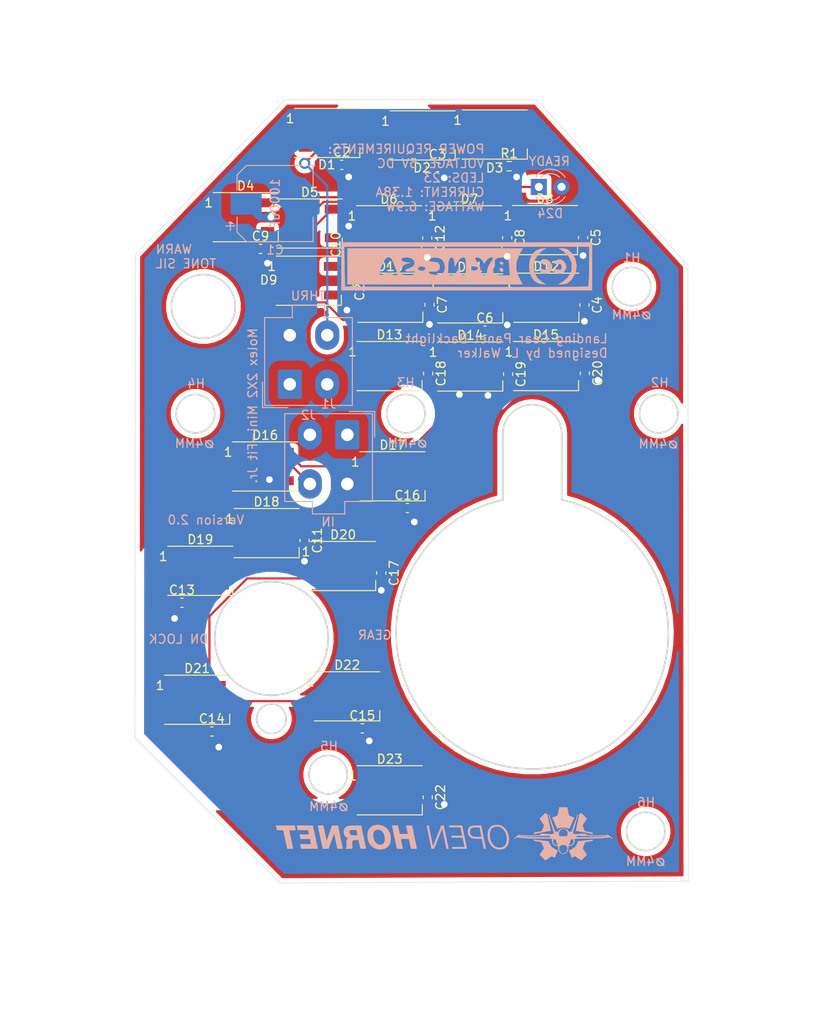
<source format=kicad_pcb>
(kicad_pcb (version 20171130) (host pcbnew "(5.1.6)-1")
  (layers (0 F.Cu signal) (31 B.Cu signal) (34 B.Paste user hide) (35 F.Paste user hide) (36 B.SilkS user) (37 F.SilkS user hide) (38 B.Mask user hide) (39 F.Mask user hide) (44 Edge.Cuts user))
  (net 0 "")
  (net 1 "Net-(D1-Pad2)")
  (net 2 "Net-(D2-Pad2)")
  (net 3 "Net-(D3-Pad2)")
  (net 4 "Net-(D4-Pad2)")
  (net 5 "Net-(D5-Pad2)")
  (net 6 "Net-(D6-Pad2)")
  (net 7 "Net-(D7-Pad2)")
  (net 8 "Net-(D8-Pad2)")
  (net 9 "Net-(D10-Pad4)")
  (net 10 "Net-(D10-Pad2)")
  (net 11 "Net-(D11-Pad2)")
  (net 12 "Net-(D12-Pad2)")
  (net 13 "Net-(D13-Pad2)")
  (net 14 "Net-(D14-Pad2)")
  (net 15 "Net-(D15-Pad2)")
  (net 16 "Net-(D16-Pad2)")
  (net 17 "Net-(D17-Pad2)")
  (net 18 "Net-(D18-Pad2)")
  (net 19 "Net-(D19-Pad2)")
  (net 20 "Net-(D20-Pad2)")
  (net 21 "Net-(D21-Pad2)")
  (net 22 "Net-(D22-Pad2)")
  (net 23 /LEDGND)
  (net 24 /LED+5V)
  (net 25 "Net-(D24-Pad1)")
  (net 26 /DATAIN)
  (net 27 /DATAOUT)
  (module OH_Backlighting:Molex_Mini-Fit_Jr_5566-04A_2x02_P4.20mm_Vertical (layer B.Cu) (at 81.25 71)
    (fp_text reference J2 (at 2.1 3.45) (layer B.SilkS) (effects (justify mirror)))
    (fp_text value Conn_01x04_Female)
    (pad 4 thru_hole oval (at 4.2 -5.5) (size 2.7 3.3) (drill 1.4) (layers *.Cu *.Mask) (net 26 /DATAIN))
    (pad 3 thru_hole oval (at 0 -5.5) (size 2.7 3.3) (drill 1.4) (layers *.Cu *.Mask) (net 23 /LEDGND))
    (pad 2 thru_hole oval (at 4.2 0) (size 2.7 3.3) (drill 1.4) (layers *.Cu *.Mask) (net 24 /LED+5V))
    (pad 1 thru_hole roundrect (at 0 0) (size 2.7 3.3) (drill 1.4) (layers *.Cu *.Mask) (roundrect_rratio 0.09259299999999999) (net 24 /LED+5V))
  )
  (module OH_Backlighting:Molex_Mini-Fit_Jr_5566-04A_2x02_P4.20mm_Vertical (layer B.Cu) (at 87.7 76.65 180)
    (fp_text reference J1 (at 2.1 3.45) (layer B.SilkS) (effects (justify mirror)))
    (fp_text value Conn_01x04_Female)
    (pad 4 thru_hole oval (at 4.2 -5.5 180) (size 2.7 3.3) (drill 1.4) (layers *.Cu *.Mask) (net 27 /DATAOUT))
    (pad 3 thru_hole oval (at 0 -5.5 180) (size 2.7 3.3) (drill 1.4) (layers *.Cu *.Mask) (net 23 /LEDGND))
    (pad 2 thru_hole oval (at 4.2 0 180) (size 2.7 3.3) (drill 1.4) (layers *.Cu *.Mask) (net 24 /LED+5V))
    (pad 1 thru_hole roundrect (at 0 0 180) (size 2.7 3.3) (drill 1.4) (layers *.Cu *.Mask) (roundrect_rratio 0.09259299999999999) (net 24 /LED+5V))
  )
  (module OH_General:CC-BY-NC-SA-Small (layer B.Cu) (at 101.15 57.8 180)
    (fp_text reference G*** hide)
    (fp_text value LOGO hide)
  )
  (module OH_General:OH_LOGO_37.7mm_5.9mm (layer B.Cu) (at 98.55 121.3 180)
    (fp_text reference G*** hide)
    (fp_text value LOGO hide)
  )
  (module Capacitor_SMD:C_0603_1608Metric (layer F.Cu) (at 96.7 117.212 270)
    (fp_text reference C22 (at 0 -1.43 90) (layer F.SilkS))
    (fp_text value C)
    (pad 2 smd roundrect (at 0.7875 0 270) (size 0.875 0.95) (layers F.Cu F.Paste F.Mask) (net 23 /LEDGND))
    (pad 1 smd roundrect (at -0.7875 0 270) (size 0.875 0.95) (layers F.Cu F.Paste F.Mask) (net 24 /LED+5V))
  )
  (module Capacitor_SMD:C_0603_1608Metric (layer F.Cu) (at 87.65 60.2125 270)
    (fp_text reference C21 (at 0 -1.43 90) (layer F.SilkS))
    (fp_text value C)
    (pad 2 smd roundrect (at 0.7875 0 270) (size 0.875 0.95) (layers F.Cu F.Paste F.Mask) (net 23 /LEDGND))
    (pad 1 smd roundrect (at -0.7875 0 270) (size 0.875 0.95) (layers F.Cu F.Paste F.Mask) (net 24 /LED+5V))
  )
  (module Capacitor_SMD:C_0603_1608Metric (layer F.Cu) (at 114.3 69.7625 270)
    (fp_text reference C20 (at 0 -1.43 90) (layer F.SilkS))
    (fp_text value C)
    (pad 2 smd roundrect (at 0.7875 0 270) (size 0.875 0.95) (layers F.Cu F.Paste F.Mask) (net 23 /LEDGND))
    (pad 1 smd roundrect (at -0.7875 0 270) (size 0.875 0.95) (layers F.Cu F.Paste F.Mask) (net 24 /LED+5V))
  )
  (module Capacitor_SMD:C_0603_1608Metric (layer F.Cu) (at 105.7 69.8625 270)
    (fp_text reference C19 (at 0 -1.43 90) (layer F.SilkS))
    (fp_text value C)
    (pad 2 smd roundrect (at 0.7875 0 270) (size 0.875 0.95) (layers F.Cu F.Paste F.Mask) (net 23 /LEDGND))
    (pad 1 smd roundrect (at -0.7875 0 270) (size 0.875 0.95) (layers F.Cu F.Paste F.Mask) (net 24 /LED+5V))
  )
  (module Capacitor_SMD:C_0603_1608Metric (layer F.Cu) (at 96.75 69.7875 270)
    (fp_text reference C18 (at 0 -1.43 90) (layer F.SilkS))
    (fp_text value C)
    (pad 2 smd roundrect (at 0.7875 0 270) (size 0.875 0.95) (layers F.Cu F.Paste F.Mask) (net 23 /LEDGND))
    (pad 1 smd roundrect (at -0.7875 0 270) (size 0.875 0.95) (layers F.Cu F.Paste F.Mask) (net 24 /LED+5V))
  )
  (module Capacitor_SMD:C_0603_1608Metric (layer F.Cu) (at 96.9 62.1125 270)
    (fp_text reference C7 (at 0 -1.43 90) (layer F.SilkS))
    (fp_text value C)
    (pad 2 smd roundrect (at 0.7875 0 270) (size 0.875 0.95) (layers F.Cu F.Paste F.Mask) (net 23 /LEDGND))
    (pad 1 smd roundrect (at -0.7875 0 270) (size 0.875 0.95) (layers F.Cu F.Paste F.Mask) (net 24 /LED+5V))
  )
  (module LED_SMD:LED_WS2812B_PLCC4_5.0x5.0mm_P3.2mm (layer F.Cu) (at 92.366 53.7716)
    (fp_text reference D6 (at 0 -3.5) (layer F.SilkS))
    (fp_text value WS2812B)
    (fp_text user 1 (at -4.15 -1.6) (layer F.SilkS))
    (pad 1 smd rect (at -2.45 -1.6) (size 1.5 1) (layers F.Cu F.Paste F.Mask) (net 24 /LED+5V))
    (pad 2 smd rect (at -2.45 1.6) (size 1.5 1) (layers F.Cu F.Paste F.Mask) (net 6 "Net-(D6-Pad2)"))
    (pad 4 smd rect (at 2.45 -1.6) (size 1.5 1) (layers F.Cu F.Paste F.Mask) (net 5 "Net-(D5-Pad2)"))
    (pad 3 smd rect (at 2.45 1.6) (size 1.5 1) (layers F.Cu F.Paste F.Mask) (net 23 /LEDGND))
  )
  (module Capacitor_SMD:C_0603_1608Metric (layer F.Cu) (at 82.9 88.475 270)
    (fp_text reference C11 (at 0 -1.43 90) (layer F.SilkS))
    (fp_text value C)
    (pad 2 smd roundrect (at 0.775 0 270) (size 0.9 0.95) (layers F.Cu F.Paste F.Mask) (net 23 /LEDGND))
    (pad 1 smd roundrect (at -0.775 0 270) (size 0.9 0.95) (layers F.Cu F.Paste F.Mask) (net 24 /LED+5V))
  )
  (module Resistor_SMD:R_0603_1608Metric (layer F.Cu) (at 105.825 46.6)
    (fp_text reference R1 (at 0 -1.43) (layer F.SilkS))
    (fp_text value R)
    (pad 2 smd roundrect (at 0.825 0) (size 0.8 0.95) (layers F.Cu F.Paste F.Mask) (net 23 /LEDGND))
    (pad 1 smd roundrect (at -0.825 0) (size 0.8 0.95) (layers F.Cu F.Paste F.Mask) (net 25 "Net-(D24-Pad1)"))
  )
  (module Capacitor_SMD:C_0603_1608Metric (layer F.Cu) (at 91.5 92.125 270)
    (fp_text reference C17 (at 0 -1.43 90) (layer F.SilkS))
    (fp_text value C)
    (pad 2 smd roundrect (at 0.775 0 270) (size 0.9 0.95) (layers F.Cu F.Paste F.Mask) (net 23 /LEDGND))
    (pad 1 smd roundrect (at -0.775 0 270) (size 0.9 0.95) (layers F.Cu F.Paste F.Mask) (net 24 /LED+5V))
  )
  (module Capacitor_SMD:C_0603_1608Metric (layer F.Cu) (at 94.425 84.85)
    (fp_text reference C16 (at 0 -1.43) (layer F.SilkS))
    (fp_text value C)
    (pad 2 smd roundrect (at 0.775 0) (size 0.9 0.95) (layers F.Cu F.Paste F.Mask) (net 23 /LEDGND))
    (pad 1 smd roundrect (at -0.775 0) (size 0.9 0.95) (layers F.Cu F.Paste F.Mask) (net 24 /LED+5V))
  )
  (module Capacitor_SMD:C_0603_1608Metric (layer F.Cu) (at 89.375 109.5)
    (fp_text reference C15 (at 0 -1.43) (layer F.SilkS))
    (fp_text value C)
    (pad 2 smd roundrect (at 0.775 0) (size 0.9 0.95) (layers F.Cu F.Paste F.Mask) (net 23 /LEDGND))
    (pad 1 smd roundrect (at -0.775 0) (size 0.9 0.95) (layers F.Cu F.Paste F.Mask) (net 24 /LED+5V))
  )
  (module Capacitor_SMD:C_0603_1608Metric (layer F.Cu) (at 72.525 109.85)
    (fp_text reference C14 (at 0 -1.43) (layer F.SilkS))
    (fp_text value C)
    (pad 2 smd roundrect (at 0.775 0) (size 0.9 0.95) (layers F.Cu F.Paste F.Mask) (net 23 /LEDGND))
    (pad 1 smd roundrect (at -0.775 0) (size 0.9 0.95) (layers F.Cu F.Paste F.Mask) (net 24 /LED+5V))
  )
  (module Capacitor_SMD:C_0603_1608Metric (layer F.Cu) (at 69.175 95.45)
    (fp_text reference C13 (at 0 -1.43) (layer F.SilkS))
    (fp_text value C)
    (pad 2 smd roundrect (at 0.775 0) (size 0.9 0.95) (layers F.Cu F.Paste F.Mask) (net 23 /LEDGND))
    (pad 1 smd roundrect (at -0.775 0) (size 0.9 0.95) (layers F.Cu F.Paste F.Mask) (net 24 /LED+5V))
  )
  (module Capacitor_SMD:C_0603_1608Metric (layer F.Cu) (at 96.65 54.625 270)
    (fp_text reference C12 (at 0 -1.43 90) (layer F.SilkS))
    (fp_text value C)
    (pad 2 smd roundrect (at 0.775 0 270) (size 0.9 0.95) (layers F.Cu F.Paste F.Mask) (net 23 /LEDGND))
    (pad 1 smd roundrect (at -0.775 0 270) (size 0.9 0.95) (layers F.Cu F.Paste F.Mask) (net 24 /LED+5V))
  )
  (module Capacitor_SMD:C_0603_1608Metric (layer F.Cu) (at 87.85 55.35 90)
    (fp_text reference C10 (at 0 -1.43 90) (layer F.SilkS))
    (fp_text value C)
    (pad 2 smd roundrect (at 0.775 0 90) (size 0.9 0.95) (layers F.Cu F.Paste F.Mask) (net 23 /LEDGND))
    (pad 1 smd roundrect (at -0.775 0 90) (size 0.9 0.95) (layers F.Cu F.Paste F.Mask) (net 24 /LED+5V))
  )
  (module Capacitor_SMD:C_0603_1608Metric (layer F.Cu) (at 77.975 55.85)
    (fp_text reference C9 (at 0 -1.43) (layer F.SilkS))
    (fp_text value C)
    (pad 2 smd roundrect (at 0.775 0) (size 0.9 0.95) (layers F.Cu F.Paste F.Mask) (net 23 /LEDGND))
    (pad 1 smd roundrect (at -0.775 0) (size 0.9 0.95) (layers F.Cu F.Paste F.Mask) (net 24 /LED+5V))
  )
  (module Capacitor_SMD:C_0603_1608Metric (layer F.Cu) (at 105.6 54.6 270)
    (fp_text reference C8 (at 0 -1.43 90) (layer F.SilkS))
    (fp_text value C)
    (pad 2 smd roundrect (at 0.775 0 270) (size 0.9 0.95) (layers F.Cu F.Paste F.Mask) (net 23 /LEDGND))
    (pad 1 smd roundrect (at -0.775 0 270) (size 0.9 0.95) (layers F.Cu F.Paste F.Mask) (net 24 /LED+5V))
  )
  (module Capacitor_SMD:C_0603_1608Metric (layer F.Cu) (at 103.1 65)
    (fp_text reference C6 (at 0 -1.43) (layer F.SilkS))
    (fp_text value C)
    (pad 2 smd roundrect (at 0.775 0) (size 0.9 0.95) (layers F.Cu F.Paste F.Mask) (net 23 /LEDGND))
    (pad 1 smd roundrect (at -0.775 0) (size 0.9 0.95) (layers F.Cu F.Paste F.Mask) (net 24 /LED+5V))
  )
  (module Capacitor_SMD:C_0603_1608Metric (layer F.Cu) (at 114.1 54.575 270)
    (fp_text reference C5 (at 0 -1.43 90) (layer F.SilkS))
    (fp_text value C)
    (pad 2 smd roundrect (at 0.775 0 270) (size 0.9 0.95) (layers F.Cu F.Paste F.Mask) (net 23 /LEDGND))
    (pad 1 smd roundrect (at -0.775 0 270) (size 0.9 0.95) (layers F.Cu F.Paste F.Mask) (net 24 /LED+5V))
  )
  (module Capacitor_SMD:C_0603_1608Metric (layer F.Cu) (at 114.25 62.125 270)
    (fp_text reference C4 (at 0 -1.43 90) (layer F.SilkS))
    (fp_text value C)
    (pad 2 smd roundrect (at 0.775 0 270) (size 0.9 0.95) (layers F.Cu F.Paste F.Mask) (net 23 /LEDGND))
    (pad 1 smd roundrect (at -0.775 0 270) (size 0.9 0.95) (layers F.Cu F.Paste F.Mask) (net 24 /LED+5V))
  )
  (module Capacitor_SMD:C_0603_1608Metric (layer F.Cu) (at 97.8 46.7)
    (fp_text reference C3 (at 0 -1.43) (layer F.SilkS))
    (fp_text value C)
    (pad 2 smd roundrect (at 0.775 0) (size 0.9 0.95) (layers F.Cu F.Paste F.Mask) (net 23 /LEDGND))
    (pad 1 smd roundrect (at -0.775 0) (size 0.9 0.95) (layers F.Cu F.Paste F.Mask) (net 24 /LED+5V))
  )
  (module Capacitor_SMD:C_0603_1608Metric (layer F.Cu) (at 87.075 46.45)
    (fp_text reference C2 (at 0 -1.43) (layer F.SilkS))
    (fp_text value C)
    (pad 2 smd roundrect (at 0.775 0) (size 0.9 0.95) (layers F.Cu F.Paste F.Mask) (net 23 /LEDGND))
    (pad 1 smd roundrect (at -0.775 0) (size 0.9 0.95) (layers F.Cu F.Paste F.Mask) (net 24 /LED+5V))
  )
  (module LED_THT:LED_D3.0mm (layer B.Cu) (at 109.144 48.9204)
    (fp_text reference D24 (at 1.27 2.96) (layer B.SilkS) (effects (justify mirror)))
    (fp_text value LED)
    (pad 2 thru_hole circle (at 2.54 0) (size 1.8 1.8) (drill 0.9) (layers *.Cu *.Mask) (net 24 /LED+5V))
    (pad 1 thru_hole rect (at 0 0) (size 1.8 1.8) (drill 0.9) (layers *.Cu *.Mask) (net 25 "Net-(D24-Pad1)"))
  )
  (module LED_SMD:LED_WS2812B_PLCC4_5.0x5.0mm_P3.2mm (layer F.Cu) (at 78.5 80.2)
    (fp_text reference D16 (at 0 -3.5) (layer F.SilkS))
    (fp_text value WS2812B)
    (fp_text user 1 (at -4.15 -1.6) (layer F.SilkS))
    (pad 1 smd rect (at -2.45 -1.6) (size 1.5 1) (layers F.Cu F.Paste F.Mask) (net 24 /LED+5V))
    (pad 2 smd rect (at -2.45 1.6) (size 1.5 1) (layers F.Cu F.Paste F.Mask) (net 16 "Net-(D16-Pad2)"))
    (pad 4 smd rect (at 2.45 -1.6) (size 1.5 1) (layers F.Cu F.Paste F.Mask) (net 15 "Net-(D15-Pad2)"))
    (pad 3 smd rect (at 2.45 1.6) (size 1.5 1) (layers F.Cu F.Paste F.Mask) (net 23 /LEDGND))
  )
  (module LED_SMD:LED_WS2812B_PLCC4_5.0x5.0mm_P3.2mm (layer F.Cu) (at 92.4444 116.434)
    (fp_text reference D23 (at 0 -3.5) (layer F.SilkS))
    (fp_text value WS2812B)
    (fp_text user 1 (at -4.15 -1.6) (layer F.SilkS))
    (pad 1 smd rect (at -2.45 -1.6) (size 1.5 1) (layers F.Cu F.Paste F.Mask) (net 24 /LED+5V))
    (pad 2 smd rect (at -2.45 1.6) (size 1.5 1) (layers F.Cu F.Paste F.Mask) (net 27 /DATAOUT))
    (pad 4 smd rect (at 2.45 -1.6) (size 1.5 1) (layers F.Cu F.Paste F.Mask) (net 22 "Net-(D22-Pad2)"))
    (pad 3 smd rect (at 2.45 1.6) (size 1.5 1) (layers F.Cu F.Paste F.Mask) (net 23 /LEDGND))
  )
  (module LED_SMD:LED_WS2812B_PLCC4_5.0x5.0mm_P3.2mm (layer F.Cu) (at 87.6808 105.918)
    (fp_text reference D22 (at 0 -3.5) (layer F.SilkS))
    (fp_text value WS2812B)
    (fp_text user 1 (at -4.15 -1.6) (layer F.SilkS))
    (pad 1 smd rect (at -2.45 -1.6) (size 1.5 1) (layers F.Cu F.Paste F.Mask) (net 24 /LED+5V))
    (pad 2 smd rect (at -2.45 1.6) (size 1.5 1) (layers F.Cu F.Paste F.Mask) (net 22 "Net-(D22-Pad2)"))
    (pad 4 smd rect (at 2.45 -1.6) (size 1.5 1) (layers F.Cu F.Paste F.Mask) (net 21 "Net-(D21-Pad2)"))
    (pad 3 smd rect (at 2.45 1.6) (size 1.5 1) (layers F.Cu F.Paste F.Mask) (net 23 /LEDGND))
  )
  (module LED_SMD:LED_WS2812B_PLCC4_5.0x5.0mm_P3.2mm (layer F.Cu) (at 70.8776 106.299)
    (fp_text reference D21 (at 0 -3.5) (layer F.SilkS))
    (fp_text value WS2812B)
    (fp_text user 1 (at -4.15 -1.6) (layer F.SilkS))
    (pad 1 smd rect (at -2.45 -1.6) (size 1.5 1) (layers F.Cu F.Paste F.Mask) (net 24 /LED+5V))
    (pad 2 smd rect (at -2.45 1.6) (size 1.5 1) (layers F.Cu F.Paste F.Mask) (net 21 "Net-(D21-Pad2)"))
    (pad 4 smd rect (at 2.45 -1.6) (size 1.5 1) (layers F.Cu F.Paste F.Mask) (net 20 "Net-(D20-Pad2)"))
    (pad 3 smd rect (at 2.45 1.6) (size 1.5 1) (layers F.Cu F.Paste F.Mask) (net 23 /LEDGND))
  )
  (module LED_SMD:LED_WS2812B_PLCC4_5.0x5.0mm_P3.2mm (layer F.Cu) (at 87.2236 91.3384)
    (fp_text reference D20 (at 0 -3.5) (layer F.SilkS))
    (fp_text value WS2812B)
    (fp_text user 1 (at -4.15 -1.6) (layer F.SilkS))
    (pad 1 smd rect (at -2.45 -1.6) (size 1.5 1) (layers F.Cu F.Paste F.Mask) (net 24 /LED+5V))
    (pad 2 smd rect (at -2.45 1.6) (size 1.5 1) (layers F.Cu F.Paste F.Mask) (net 20 "Net-(D20-Pad2)"))
    (pad 4 smd rect (at 2.45 -1.6) (size 1.5 1) (layers F.Cu F.Paste F.Mask) (net 19 "Net-(D19-Pad2)"))
    (pad 3 smd rect (at 2.45 1.6) (size 1.5 1) (layers F.Cu F.Paste F.Mask) (net 23 /LEDGND))
  )
  (module LED_SMD:LED_WS2812B_PLCC4_5.0x5.0mm_P3.2mm (layer F.Cu) (at 71.2332 91.8716)
    (fp_text reference D19 (at 0 -3.5) (layer F.SilkS))
    (fp_text value WS2812B)
    (fp_text user 1 (at -4.15 -1.6) (layer F.SilkS))
    (pad 1 smd rect (at -2.45 -1.6) (size 1.5 1) (layers F.Cu F.Paste F.Mask) (net 24 /LED+5V))
    (pad 2 smd rect (at -2.45 1.6) (size 1.5 1) (layers F.Cu F.Paste F.Mask) (net 19 "Net-(D19-Pad2)"))
    (pad 4 smd rect (at 2.45 -1.6) (size 1.5 1) (layers F.Cu F.Paste F.Mask) (net 18 "Net-(D18-Pad2)"))
    (pad 3 smd rect (at 2.45 1.6) (size 1.5 1) (layers F.Cu F.Paste F.Mask) (net 23 /LEDGND))
  )
  (module LED_SMD:LED_WS2812B_PLCC4_5.0x5.0mm_P3.2mm (layer F.Cu) (at 78.65 87.6552)
    (fp_text reference D18 (at 0 -3.5) (layer F.SilkS))
    (fp_text value WS2812B)
    (fp_text user 1 (at -4.15 -1.6) (layer F.SilkS))
    (pad 1 smd rect (at -2.45 -1.6) (size 1.5 1) (layers F.Cu F.Paste F.Mask) (net 24 /LED+5V))
    (pad 2 smd rect (at -2.45 1.6) (size 1.5 1) (layers F.Cu F.Paste F.Mask) (net 18 "Net-(D18-Pad2)"))
    (pad 4 smd rect (at 2.45 -1.6) (size 1.5 1) (layers F.Cu F.Paste F.Mask) (net 17 "Net-(D17-Pad2)"))
    (pad 3 smd rect (at 2.45 1.6) (size 1.5 1) (layers F.Cu F.Paste F.Mask) (net 23 /LEDGND))
  )
  (module LED_SMD:LED_WS2812B_PLCC4_5.0x5.0mm_P3.2mm (layer F.Cu) (at 92.75 81.3)
    (fp_text reference D17 (at 0 -3.5) (layer F.SilkS))
    (fp_text value WS2812B)
    (fp_text user 1 (at -4.15 -1.6) (layer F.SilkS))
    (pad 1 smd rect (at -2.45 -1.6) (size 1.5 1) (layers F.Cu F.Paste F.Mask) (net 24 /LED+5V))
    (pad 2 smd rect (at -2.45 1.6) (size 1.5 1) (layers F.Cu F.Paste F.Mask) (net 17 "Net-(D17-Pad2)"))
    (pad 4 smd rect (at 2.45 -1.6) (size 1.5 1) (layers F.Cu F.Paste F.Mask) (net 16 "Net-(D16-Pad2)"))
    (pad 3 smd rect (at 2.45 1.6) (size 1.5 1) (layers F.Cu F.Paste F.Mask) (net 23 /LEDGND))
  )
  (module LED_SMD:LED_WS2812B_PLCC4_5.0x5.0mm_P3.2mm (layer F.Cu) (at 109.943 68.9608)
    (fp_text reference D15 (at 0 -3.5) (layer F.SilkS))
    (fp_text value WS2812B)
    (fp_text user 1 (at -4.15 -1.6) (layer F.SilkS))
    (pad 1 smd rect (at -2.45 -1.6) (size 1.5 1) (layers F.Cu F.Paste F.Mask) (net 24 /LED+5V))
    (pad 2 smd rect (at -2.45 1.6) (size 1.5 1) (layers F.Cu F.Paste F.Mask) (net 15 "Net-(D15-Pad2)"))
    (pad 4 smd rect (at 2.45 -1.6) (size 1.5 1) (layers F.Cu F.Paste F.Mask) (net 14 "Net-(D14-Pad2)"))
    (pad 3 smd rect (at 2.45 1.6) (size 1.5 1) (layers F.Cu F.Paste F.Mask) (net 23 /LEDGND))
  )
  (module LED_SMD:LED_WS2812B_PLCC4_5.0x5.0mm_P3.2mm (layer F.Cu) (at 101.459 69.0116)
    (fp_text reference D14 (at 0 -3.5) (layer F.SilkS))
    (fp_text value WS2812B)
    (fp_text user 1 (at -4.15 -1.6) (layer F.SilkS))
    (pad 1 smd rect (at -2.45 -1.6) (size 1.5 1) (layers F.Cu F.Paste F.Mask) (net 24 /LED+5V))
    (pad 2 smd rect (at -2.45 1.6) (size 1.5 1) (layers F.Cu F.Paste F.Mask) (net 14 "Net-(D14-Pad2)"))
    (pad 4 smd rect (at 2.45 -1.6) (size 1.5 1) (layers F.Cu F.Paste F.Mask) (net 13 "Net-(D13-Pad2)"))
    (pad 3 smd rect (at 2.45 1.6) (size 1.5 1) (layers F.Cu F.Paste F.Mask) (net 23 /LEDGND))
  )
  (module LED_SMD:LED_WS2812B_PLCC4_5.0x5.0mm_P3.2mm (layer F.Cu) (at 92.4168 68.9608)
    (fp_text reference D13 (at 0 -3.5) (layer F.SilkS))
    (fp_text value WS2812B)
    (fp_text user 1 (at -4.15 -1.6) (layer F.SilkS))
    (pad 1 smd rect (at -2.45 -1.6) (size 1.5 1) (layers F.Cu F.Paste F.Mask) (net 24 /LED+5V))
    (pad 2 smd rect (at -2.45 1.6) (size 1.5 1) (layers F.Cu F.Paste F.Mask) (net 13 "Net-(D13-Pad2)"))
    (pad 4 smd rect (at 2.45 -1.6) (size 1.5 1) (layers F.Cu F.Paste F.Mask) (net 12 "Net-(D12-Pad2)"))
    (pad 3 smd rect (at 2.45 1.6) (size 1.5 1) (layers F.Cu F.Paste F.Mask) (net 23 /LEDGND))
  )
  (module LED_SMD:LED_WS2812B_PLCC4_5.0x5.0mm_P3.2mm (layer F.Cu) (at 109.982 61.3156)
    (fp_text reference D12 (at 0 -3.5) (layer F.SilkS))
    (fp_text value WS2812B)
    (fp_text user 1 (at -4.15 -1.6) (layer F.SilkS))
    (pad 1 smd rect (at -2.45 -1.6) (size 1.5 1) (layers F.Cu F.Paste F.Mask) (net 24 /LED+5V))
    (pad 2 smd rect (at -2.45 1.6) (size 1.5 1) (layers F.Cu F.Paste F.Mask) (net 12 "Net-(D12-Pad2)"))
    (pad 4 smd rect (at 2.45 -1.6) (size 1.5 1) (layers F.Cu F.Paste F.Mask) (net 11 "Net-(D11-Pad2)"))
    (pad 3 smd rect (at 2.45 1.6) (size 1.5 1) (layers F.Cu F.Paste F.Mask) (net 23 /LEDGND))
  )
  (module LED_SMD:LED_WS2812B_PLCC4_5.0x5.0mm_P3.2mm (layer F.Cu) (at 101.459 61.3916)
    (fp_text reference D11 (at 0 -3.5) (layer F.SilkS))
    (fp_text value WS2812B)
    (fp_text user 1 (at -4.15 -1.6) (layer F.SilkS))
    (pad 1 smd rect (at -2.45 -1.6) (size 1.5 1) (layers F.Cu F.Paste F.Mask) (net 24 /LED+5V))
    (pad 2 smd rect (at -2.45 1.6) (size 1.5 1) (layers F.Cu F.Paste F.Mask) (net 11 "Net-(D11-Pad2)"))
    (pad 4 smd rect (at 2.45 -1.6) (size 1.5 1) (layers F.Cu F.Paste F.Mask) (net 10 "Net-(D10-Pad2)"))
    (pad 3 smd rect (at 2.45 1.6) (size 1.5 1) (layers F.Cu F.Paste F.Mask) (net 23 /LEDGND))
  )
  (module LED_SMD:LED_WS2812B_PLCC4_5.0x5.0mm_P3.2mm (layer F.Cu) (at 92.5068 61.3156)
    (fp_text reference D10 (at 0 -3.5) (layer F.SilkS))
    (fp_text value WS2812B)
    (fp_text user 1 (at -4.15 -1.6) (layer F.SilkS))
    (pad 1 smd rect (at -2.45 -1.6) (size 1.5 1) (layers F.Cu F.Paste F.Mask) (net 24 /LED+5V))
    (pad 2 smd rect (at -2.45 1.6) (size 1.5 1) (layers F.Cu F.Paste F.Mask) (net 10 "Net-(D10-Pad2)"))
    (pad 4 smd rect (at 2.45 -1.6) (size 1.5 1) (layers F.Cu F.Paste F.Mask) (net 9 "Net-(D10-Pad4)"))
    (pad 3 smd rect (at 2.45 1.6) (size 1.5 1) (layers F.Cu F.Paste F.Mask) (net 23 /LEDGND))
  )
  (module LED_SMD:LED_WS2812B_PLCC4_5.0x5.0mm_P3.2mm (layer F.Cu) (at 83.3744 59.4104)
    (fp_text reference D9 (at -4.482 -0.076) (layer F.SilkS))
    (fp_text value WS2812B)
    (fp_text user 1 (at -4.15 -1.6) (layer F.SilkS))
    (pad 1 smd rect (at -2.45 -1.6) (size 1.5 1) (layers F.Cu F.Paste F.Mask) (net 24 /LED+5V))
    (pad 2 smd rect (at -2.45 1.6) (size 1.5 1) (layers F.Cu F.Paste F.Mask) (net 9 "Net-(D10-Pad4)"))
    (pad 4 smd rect (at 2.45 -1.6) (size 1.5 1) (layers F.Cu F.Paste F.Mask) (net 8 "Net-(D8-Pad2)"))
    (pad 3 smd rect (at 2.45 1.6) (size 1.5 1) (layers F.Cu F.Paste F.Mask) (net 23 /LEDGND))
  )
  (module LED_SMD:LED_WS2812B_PLCC4_5.0x5.0mm_P3.2mm (layer F.Cu) (at 109.83 53.7464)
    (fp_text reference D8 (at 0 -3.5) (layer F.SilkS))
    (fp_text value WS2812B)
    (fp_text user 1 (at -4.15 -1.6) (layer F.SilkS))
    (pad 1 smd rect (at -2.45 -1.6) (size 1.5 1) (layers F.Cu F.Paste F.Mask) (net 24 /LED+5V))
    (pad 2 smd rect (at -2.45 1.6) (size 1.5 1) (layers F.Cu F.Paste F.Mask) (net 8 "Net-(D8-Pad2)"))
    (pad 4 smd rect (at 2.45 -1.6) (size 1.5 1) (layers F.Cu F.Paste F.Mask) (net 7 "Net-(D7-Pad2)"))
    (pad 3 smd rect (at 2.45 1.6) (size 1.5 1) (layers F.Cu F.Paste F.Mask) (net 23 /LEDGND))
  )
  (module LED_SMD:LED_WS2812B_PLCC4_5.0x5.0mm_P3.2mm (layer F.Cu) (at 101.358 53.7716)
    (fp_text reference D7 (at 0 -3.5) (layer F.SilkS))
    (fp_text value WS2812B)
    (fp_text user 1 (at -4.15 -1.6) (layer F.SilkS))
    (pad 1 smd rect (at -2.45 -1.6) (size 1.5 1) (layers F.Cu F.Paste F.Mask) (net 24 /LED+5V))
    (pad 2 smd rect (at -2.45 1.6) (size 1.5 1) (layers F.Cu F.Paste F.Mask) (net 7 "Net-(D7-Pad2)"))
    (pad 4 smd rect (at 2.45 -1.6) (size 1.5 1) (layers F.Cu F.Paste F.Mask) (net 6 "Net-(D6-Pad2)"))
    (pad 3 smd rect (at 2.45 1.6) (size 1.5 1) (layers F.Cu F.Paste F.Mask) (net 23 /LEDGND))
  )
  (module LED_SMD:LED_WS2812B_PLCC4_5.0x5.0mm_P3.2mm (layer F.Cu) (at 83.476 53.0096)
    (fp_text reference D5 (at 0 -3.5) (layer F.SilkS))
    (fp_text value WS2812B)
    (fp_text user 1 (at -4.15 -1.6) (layer F.SilkS))
    (pad 1 smd rect (at -2.45 -1.6) (size 1.5 1) (layers F.Cu F.Paste F.Mask) (net 24 /LED+5V))
    (pad 2 smd rect (at -2.45 1.6) (size 1.5 1) (layers F.Cu F.Paste F.Mask) (net 5 "Net-(D5-Pad2)"))
    (pad 4 smd rect (at 2.45 -1.6) (size 1.5 1) (layers F.Cu F.Paste F.Mask) (net 4 "Net-(D4-Pad2)"))
    (pad 3 smd rect (at 2.45 1.6) (size 1.5 1) (layers F.Cu F.Paste F.Mask) (net 23 /LEDGND))
  )
  (module LED_SMD:LED_WS2812B_PLCC4_5.0x5.0mm_P3.2mm (layer F.Cu) (at 76.3132 52.2984)
    (fp_text reference D4 (at 0 -3.5) (layer F.SilkS))
    (fp_text value WS2812B)
    (fp_text user 1 (at -4.15 -1.6) (layer F.SilkS))
    (pad 1 smd rect (at -2.45 -1.6) (size 1.5 1) (layers F.Cu F.Paste F.Mask) (net 24 /LED+5V))
    (pad 2 smd rect (at -2.45 1.6) (size 1.5 1) (layers F.Cu F.Paste F.Mask) (net 4 "Net-(D4-Pad2)"))
    (pad 4 smd rect (at 2.45 -1.6) (size 1.5 1) (layers F.Cu F.Paste F.Mask) (net 3 "Net-(D3-Pad2)"))
    (pad 3 smd rect (at 2.45 1.6) (size 1.5 1) (layers F.Cu F.Paste F.Mask) (net 23 /LEDGND))
  )
  (module LED_SMD:LED_WS2812B_PLCC4_5.0x5.0mm_P3.2mm (layer F.Cu) (at 104.202 43.0528)
    (fp_text reference D3 (at -0.0116 3.734) (layer F.SilkS))
    (fp_text value WS2812B)
    (fp_text user 1 (at -4.15 -1.6) (layer F.SilkS))
    (pad 1 smd rect (at -2.45 -1.6) (size 1.5 1) (layers F.Cu F.Paste F.Mask) (net 24 /LED+5V))
    (pad 2 smd rect (at -2.45 1.6) (size 1.5 1) (layers F.Cu F.Paste F.Mask) (net 3 "Net-(D3-Pad2)"))
    (pad 4 smd rect (at 2.45 -1.6) (size 1.5 1) (layers F.Cu F.Paste F.Mask) (net 2 "Net-(D2-Pad2)"))
    (pad 3 smd rect (at 2.45 1.6) (size 1.5 1) (layers F.Cu F.Paste F.Mask) (net 23 /LEDGND))
  )
  (module LED_SMD:LED_WS2812B_PLCC4_5.0x5.0mm_P3.2mm (layer F.Cu) (at 96.1252 43.1544)
    (fp_text reference D2 (at -0.0624 3.6324) (layer F.SilkS))
    (fp_text value WS2812B)
    (fp_text user 1 (at -4.15 -1.6) (layer F.SilkS))
    (pad 1 smd rect (at -2.45 -1.6) (size 1.5 1) (layers F.Cu F.Paste F.Mask) (net 24 /LED+5V))
    (pad 2 smd rect (at -2.45 1.6) (size 1.5 1) (layers F.Cu F.Paste F.Mask) (net 2 "Net-(D2-Pad2)"))
    (pad 4 smd rect (at 2.45 -1.6) (size 1.5 1) (layers F.Cu F.Paste F.Mask) (net 1 "Net-(D1-Pad2)"))
    (pad 3 smd rect (at 2.45 1.6) (size 1.5 1) (layers F.Cu F.Paste F.Mask) (net 23 /LEDGND))
  )
  (module LED_SMD:LED_WS2812B_PLCC4_5.0x5.0mm_P3.2mm (layer F.Cu) (at 85.4456 42.8752)
    (fp_text reference D1 (at -0.0508 3.556) (layer F.SilkS))
    (fp_text value WS2812B)
    (fp_text user 1 (at -4.15 -1.6) (layer F.SilkS))
    (pad 1 smd rect (at -2.45 -1.6) (size 1.5 1) (layers F.Cu F.Paste F.Mask) (net 24 /LED+5V))
    (pad 2 smd rect (at -2.45 1.6) (size 1.5 1) (layers F.Cu F.Paste F.Mask) (net 1 "Net-(D1-Pad2)"))
    (pad 4 smd rect (at 2.45 -1.6) (size 1.5 1) (layers F.Cu F.Paste F.Mask) (net 26 /DATAIN))
    (pad 3 smd rect (at 2.45 1.6) (size 1.5 1) (layers F.Cu F.Paste F.Mask) (net 23 /LEDGND))
  )
  (module Capacitor_SMD:CP_Elec_8x10 (layer B.Cu) (at 79.6036 50.7746)
    (fp_text reference C1 (at 0 5.2) (layer B.SilkS) (effects (justify mirror)))
    (fp_text value C_Polarized)
    (pad 2 smd roundrect (at 3.25 0) (size 3.5 2.5) (layers B.Cu B.Paste B.Mask) (roundrect_rratio 0.1) (net 23 /LEDGND))
    (pad 1 smd roundrect (at -3.25 0) (size 3.5 2.5) (layers B.Cu B.Paste B.Mask) (roundrect_rratio 0.1) (net 24 /LED+5V))
  )
  (gr_text READY (at 110.3122 46.0502) (layer B.SilkS) (effects (font (size 1 1)) (justify mirror)))
  (gr_text "POWER REQUIREMENTS:\nVOLTAGE: 5V DC\nLEDS: 23\nCURRENT: 1.38A\nWATTAGE: 6.9W" (at 103.15 47.9) (layer B.SilkS) (effects (font (size 1 1)) (justify left mirror)))
  (gr_text 1000uF (at 79.6036 50.7746 90) (layer B.SilkS) (effects (font (size 1 1)) (justify mirror)))
  (gr_text ⌀4MM (at 94.4626 77.5716) (layer B.SilkS) (effects (font (size 1 1)) (justify mirror)))
  (gr_text ⌀4MM (at 119.5578 63.2206) (layer B.SilkS) (effects (font (size 1 1)) (justify mirror)))
  (gr_text ⌀4MM (at 122.555 77.6732) (layer B.SilkS) (effects (font (size 1 1)) (justify mirror)))
  (gr_text ⌀4MM (at 121.1326 124.3838) (layer B.SilkS) (effects (font (size 1 1)) (justify mirror)))
  (gr_text ⌀4MM (at 85.6488 118.237) (layer B.SilkS) (effects (font (size 1 1)) (justify mirror)))
  (gr_text ⌀4MM (at 70.612 77.6224) (layer B.SilkS) (effects (font (size 1 1)) (justify mirror)))
  (gr_text H6 (at 121.158 117.7798) (layer B.SilkS) (effects (font (size 1 1)) (justify mirror)))
  (gr_text H5 (at 85.6488 111.506) (layer B.SilkS) (effects (font (size 1 1)) (justify mirror)))
  (gr_text H4 (at 70.7644 70.9168) (layer B.SilkS) (effects (font (size 1 1)) (justify mirror)))
  (gr_text H3 (at 94.234 70.8152) (layer B.SilkS) (effects (font (size 1 1)) (justify mirror)))
  (gr_text H2 (at 122.682 70.8152) (layer B.SilkS) (effects (font (size 1 1)) (justify mirror)))
  (gr_text H1 (at 119.5324 56.8452) (layer B.SilkS) (effects (font (size 1 1)) (justify mirror)))
  (gr_text "WARN\nTONE SIL" (at 66.15 56.7) (layer B.SilkS) (effects (font (size 1 1)) (justify right mirror)))
  (gr_text GEAR (at 90.7796 99.06) (layer B.SilkS) (effects (font (size 1 1)) (justify mirror)))
  (gr_text "DN LOCK" (at 68.7832 99.5172) (layer B.SilkS) (effects (font (size 1 1)) (justify mirror)))
  (gr_text THRU (at 83.3 61.1) (layer B.SilkS) (effects (font (size 1 1)) (justify mirror)))
  (gr_text IN (at 85.55 86.4) (layer B.SilkS) (effects (font (size 1 1)) (justify mirror)))
  (gr_text "Molex 2X2 Mini-Fit Jr." (at 77.1 73.4 90) (layer B.SilkS) (effects (font (size 1 1)) (justify mirror)))
  (gr_text "Version 2.0" (at 71.8566 86.1822) (layer B.SilkS) (effects (font (size 1 1)) (justify mirror)))
  (gr_text "Landing Gear Panel Backlight\nDesigned by L. Walker" (at 116.95 66.7) (layer B.SilkS) (effects (font (size 1 1)) (justify left mirror)))
  (gr_line (start 125.8316 57.658) (end 108.9152 39.1668) (layer Edge.Cuts) (width 0.05))
  (gr_line (start 125.8316 126.5936) (end 125.8824 126.5936) (layer Edge.Cuts) (width 0.05))
  (gr_line (start 80.1624 126.7968) (end 125.8316 126.5936) (layer Edge.Cuts) (width 0.05))
  (gr_line (start 63.9064 110.5408) (end 80.1624 126.7968) (layer Edge.Cuts) (width 0.05))
  (gr_line (start 63.9572 56.4896) (end 63.9064 110.5408) (layer Edge.Cuts) (width 0.05))
  (gr_line (start 80.7212 39.1668) (end 63.9572 56.4896) (layer Edge.Cuts) (width 0.05))
  (gr_line (start 108.9152 39.1668) (end 80.7212 39.1668) (layer Edge.Cuts) (width 0.05))
  (gr_line (start 125.8824 126.5936) (end 125.8316 57.658) (layer Edge.Cuts) (width 0.05))
  (gr_circle (center 85.5472 114.681) (end 87.699849 114.681) (layer Edge.Cuts) (width 0.2))
  (gr_line (start 111.702278 83.926482) (end 111.7092 76.581) (layer Edge.Cuts) (width 0.2))
  (gr_circle (center 79.1972 108.4326) (end 80.848199 108.4326) (layer Edge.Cuts) (width 0.2))
  (gr_circle (center 122.5677 74.289123) (end 124.72035 74.289123) (layer Edge.Cuts) (width 0.2))
  (gr_circle (center 79.1972 99.441) (end 85.547199 99.441) (layer Edge.Cuts) (width 0.2))
  (gr_circle (center 70.6907 74.289123) (end 72.84335 74.289123) (layer Edge.Cuts) (width 0.2))
  (gr_line (start 105.1052 76.581) (end 105.1052 83.928017) (layer Edge.Cuts) (width 0.2))
  (gr_circle (center 71.5772 62.2935) (end 75.148439 62.2935) (layer Edge.Cuts) (width 0.2))
  (gr_circle (center 94.2467 74.289123) (end 96.399349 74.289123) (layer Edge.Cuts) (width 0.2))
  (gr_circle (center 121.1072 121.031) (end 123.25985 121.031) (layer Edge.Cuts) (width 0.2))
  (gr_circle (center 119.5197 60.071) (end 121.67235 60.071) (layer Edge.Cuts) (width 0.2))
  (gr_arc (start 108.4072 76.581) (end 111.709199 76.581) (angle -180) (layer Edge.Cuts) (width 0.2))
  (gr_arc (start 108.4072 98.806) (end 105.105199 83.928017) (angle -335) (layer Edge.Cuts) (width 0.2))
  (segment (start 98.5752 41.5544) (end 97.4999 41.5544) (width 0.25) (layer F.Cu) (net 1))
  (segment (start 82.9956 44.4752) (end 84.0709 44.4752) (width 0.25) (layer F.Cu) (net 1))
  (segment (start 84.0709 44.4752) (end 84.0709 43.3874) (width 0.25) (layer F.Cu) (net 1))
  (segment (start 84.0709 43.3874) (end 87.0085 40.4498) (width 0.25) (layer F.Cu) (net 1))
  (segment (start 87.0085 40.4498) (end 96.3953 40.4498) (width 0.25) (layer F.Cu) (net 1))
  (segment (start 96.3953 40.4498) (end 97.4999 41.5544) (width 0.25) (layer F.Cu) (net 1))
  (segment (start 106.652 41.4528) (end 105.5767 41.4528) (width 0.25) (layer F.Cu) (net 2))
  (segment (start 93.6752 44.7544) (end 94.7505 44.7544) (width 0.25) (layer F.Cu) (net 2))
  (segment (start 94.7505 44.7544) (end 95.6775 43.8274) (width 0.25) (layer F.Cu) (net 2))
  (segment (start 95.6775 43.8274) (end 103.2021 43.8274) (width 0.25) (layer F.Cu) (net 2))
  (segment (start 103.2021 43.8274) (end 105.5767 41.4528) (width 0.25) (layer F.Cu) (net 2))
  (segment (start 78.7632 50.6984) (end 79.8385 50.6984) (width 0.25) (layer F.Cu) (net 3))
  (segment (start 101.752 44.6528) (end 100.6767 44.6528) (width 0.25) (layer F.Cu) (net 3))
  (segment (start 100.6767 44.6528) (end 100.6767 47.1585) (width 0.25) (layer F.Cu) (net 3))
  (segment (start 100.6767 47.1585) (end 97.7711 50.0641) (width 0.25) (layer F.Cu) (net 3))
  (segment (start 97.7711 50.0641) (end 80.4728 50.0641) (width 0.25) (layer F.Cu) (net 3))
  (segment (start 80.4728 50.0641) (end 79.8385 50.6984) (width 0.25) (layer F.Cu) (net 3))
  (segment (start 73.8632 53.8984) (end 74.9385 53.8984) (width 0.25) (layer F.Cu) (net 4))
  (segment (start 74.9385 53.8984) (end 74.9385 54.9912) (width 0.25) (layer F.Cu) (net 4))
  (segment (start 74.9385 54.9912) (end 78.3578 58.4105) (width 0.25) (layer F.Cu) (net 4))
  (segment (start 78.3578 58.4105) (end 79.14 58.4105) (width 0.25) (layer F.Cu) (net 4))
  (segment (start 79.14 58.4105) (end 79.7004 57.8501) (width 0.25) (layer F.Cu) (net 4))
  (segment (start 79.7004 57.8501) (end 79.7004 57.3094) (width 0.25) (layer F.Cu) (net 4))
  (segment (start 79.7004 57.3094) (end 80.9873 56.0225) (width 0.25) (layer F.Cu) (net 4))
  (segment (start 80.9873 56.0225) (end 81.3785 56.0225) (width 0.25) (layer F.Cu) (net 4))
  (segment (start 81.3785 56.0225) (end 85.926 51.475) (width 0.25) (layer F.Cu) (net 4))
  (segment (start 85.926 51.475) (end 85.926 51.4096) (width 0.25) (layer F.Cu) (net 4))
  (segment (start 81.026 54.6096) (end 82.1013 54.6096) (width 0.25) (layer F.Cu) (net 5))
  (segment (start 94.816 52.1716) (end 93.7407 52.1716) (width 0.25) (layer F.Cu) (net 5))
  (segment (start 82.1013 54.6096) (end 82.1013 53.5224) (width 0.25) (layer F.Cu) (net 5))
  (segment (start 82.1013 53.5224) (end 85.0395 50.5842) (width 0.25) (layer F.Cu) (net 5))
  (segment (start 85.0395 50.5842) (end 92.1533 50.5842) (width 0.25) (layer F.Cu) (net 5))
  (segment (start 92.1533 50.5842) (end 93.7407 52.1716) (width 0.25) (layer F.Cu) (net 5))
  (segment (start 102.7327 52.1716) (end 102.7327 53.2682) (width 0.25) (layer F.Cu) (net 6))
  (segment (start 102.7327 53.2682) (end 98.2494 57.7515) (width 0.25) (layer F.Cu) (net 6))
  (segment (start 98.2494 57.7515) (end 93.3712 57.7515) (width 0.25) (layer F.Cu) (net 6))
  (segment (start 93.3712 57.7515) (end 90.9913 55.3716) (width 0.25) (layer F.Cu) (net 6))
  (segment (start 89.916 55.3716) (end 90.9913 55.3716) (width 0.25) (layer F.Cu) (net 6))
  (segment (start 103.808 52.1716) (end 102.7327 52.1716) (width 0.25) (layer F.Cu) (net 6))
  (segment (start 112.28 52.1464) (end 111.2047 52.1464) (width 0.25) (layer F.Cu) (net 7))
  (segment (start 98.908 55.3716) (end 99.9833 55.3716) (width 0.25) (layer F.Cu) (net 7))
  (segment (start 99.9833 55.3716) (end 99.9833 54.2235) (width 0.25) (layer F.Cu) (net 7))
  (segment (start 99.9833 54.2235) (end 102.8857 51.3211) (width 0.25) (layer F.Cu) (net 7))
  (segment (start 102.8857 51.3211) (end 110.3794 51.3211) (width 0.25) (layer F.Cu) (net 7))
  (segment (start 110.3794 51.3211) (end 111.2047 52.1464) (width 0.25) (layer F.Cu) (net 7))
  (segment (start 85.8244 57.8104) (end 86.8997 57.8104) (width 0.25) (layer F.Cu) (net 8))
  (segment (start 107.38 55.3464) (end 107.38 56.2826) (width 0.25) (layer F.Cu) (net 8))
  (segment (start 107.38 56.2826) (end 105.4148 58.2478) (width 0.25) (layer F.Cu) (net 8))
  (segment (start 105.4148 58.2478) (end 87.3371 58.2478) (width 0.25) (layer F.Cu) (net 8))
  (segment (start 87.3371 58.2478) (end 86.8997 57.8104) (width 0.25) (layer F.Cu) (net 8))
  (segment (start 94.9568 59.7156) (end 93.8815 59.7156) (width 0.25) (layer F.Cu) (net 9))
  (segment (start 80.9244 61.0104) (end 81.9997 61.0104) (width 0.25) (layer F.Cu) (net 9))
  (segment (start 81.9997 61.0104) (end 82.825 61.8357) (width 0.25) (layer F.Cu) (net 9))
  (segment (start 82.825 61.8357) (end 85.2201 61.8357) (width 0.25) (layer F.Cu) (net 9))
  (segment (start 85.2201 61.8357) (end 87.1824 63.798) (width 0.25) (layer F.Cu) (net 9))
  (segment (start 87.1824 63.798) (end 90.9493 63.798) (width 0.25) (layer F.Cu) (net 9))
  (segment (start 90.9493 63.798) (end 93.8815 60.8658) (width 0.25) (layer F.Cu) (net 9))
  (segment (start 93.8815 60.8658) (end 93.8815 59.7156) (width 0.25) (layer F.Cu) (net 9))
  (segment (start 103.909 59.7916) (end 102.8337 59.7916) (width 0.25) (layer F.Cu) (net 10))
  (segment (start 90.0568 62.9156) (end 91.1321 62.9156) (width 0.25) (layer F.Cu) (net 10))
  (segment (start 91.1321 62.9156) (end 91.1321 61.8135) (width 0.25) (layer F.Cu) (net 10))
  (segment (start 91.1321 61.8135) (end 94.0554 58.8902) (width 0.25) (layer F.Cu) (net 10))
  (segment (start 94.0554 58.8902) (end 101.9323 58.8902) (width 0.25) (layer F.Cu) (net 10))
  (segment (start 101.9323 58.8902) (end 102.8337 59.7916) (width 0.25) (layer F.Cu) (net 10))
  (segment (start 112.432 59.7156) (end 110.2976 61.85) (width 0.25) (layer F.Cu) (net 11))
  (segment (start 100.1506 61.85) (end 99.009 62.9916) (width 0.25) (layer F.Cu) (net 11))
  (segment (start 110.2976 61.85) (end 100.1506 61.85) (width 0.25) (layer F.Cu) (net 11))
  (segment (start 94.8668 67.3608) (end 95.9421 67.3608) (width 0.25) (layer F.Cu) (net 12))
  (segment (start 107.532 62.9156) (end 107.532 63.9898) (width 0.25) (layer F.Cu) (net 12))
  (segment (start 107.532 63.9898) (end 104.9863 66.5355) (width 0.25) (layer F.Cu) (net 12))
  (segment (start 104.9863 66.5355) (end 96.7674 66.5355) (width 0.25) (layer F.Cu) (net 12))
  (segment (start 96.7674 66.5355) (end 95.9421 67.3608) (width 0.25) (layer F.Cu) (net 12))
  (segment (start 103.909 67.4116) (end 102.8337 67.4116) (width 0.25) (layer F.Cu) (net 13))
  (segment (start 89.9668 70.5608) (end 91.0421 70.5608) (width 0.25) (layer F.Cu) (net 13))
  (segment (start 91.0421 70.5608) (end 91.8675 69.7354) (width 0.25) (layer F.Cu) (net 13))
  (segment (start 91.8675 69.7354) (end 95.9585 69.7354) (width 0.25) (layer F.Cu) (net 13))
  (segment (start 95.9585 69.7354) (end 96.0093 69.7862) (width 0.25) (layer F.Cu) (net 13))
  (segment (start 96.0093 69.7862) (end 100.4591 69.7862) (width 0.25) (layer F.Cu) (net 13))
  (segment (start 100.4591 69.7862) (end 102.8337 67.4116) (width 0.25) (layer F.Cu) (net 13))
  (segment (start 112.393 67.3608) (end 111.3177 67.3608) (width 0.25) (layer F.Cu) (net 14))
  (segment (start 99.009 70.6116) (end 100.9801 70.6116) (width 0.25) (layer F.Cu) (net 14))
  (segment (start 100.9801 70.6116) (end 101.829 69.7627) (width 0.25) (layer F.Cu) (net 14))
  (segment (start 101.829 69.7627) (end 104.9099 69.7627) (width 0.25) (layer F.Cu) (net 14))
  (segment (start 104.9099 69.7627) (end 105.0097 69.8625) (width 0.25) (layer F.Cu) (net 14))
  (segment (start 105.0097 69.8625) (end 106.3741 69.8625) (width 0.25) (layer F.Cu) (net 14))
  (segment (start 106.3741 69.8625) (end 108.0505 68.1861) (width 0.25) (layer F.Cu) (net 14))
  (segment (start 108.0505 68.1861) (end 110.4924 68.1861) (width 0.25) (layer F.Cu) (net 14))
  (segment (start 110.4924 68.1861) (end 111.3177 67.3608) (width 0.25) (layer F.Cu) (net 14))
  (segment (start 104.853799 73.200001) (end 107.493 70.5608) (width 0.25) (layer F.Cu) (net 15))
  (segment (start 99.864997 73.200001) (end 104.853799 73.200001) (width 0.25) (layer F.Cu) (net 15))
  (segment (start 92.539997 80.525001) (end 99.864997 73.200001) (width 0.25) (layer F.Cu) (net 15))
  (segment (start 89.289999 80.525001) (end 92.539997 80.525001) (width 0.25) (layer F.Cu) (net 15))
  (segment (start 88.939988 80.17499) (end 89.289999 80.525001) (width 0.25) (layer F.Cu) (net 15))
  (segment (start 82.52499 80.17499) (end 88.939988 80.17499) (width 0.25) (layer F.Cu) (net 15))
  (segment (start 80.95 78.6) (end 82.52499 80.17499) (width 0.25) (layer F.Cu) (net 15))
  (segment (start 80.134788 86.92499) (end 76.05 82.840202) (width 0.25) (layer F.Cu) (net 16))
  (segment (start 88.72501 86.92499) (end 80.134788 86.92499) (width 0.25) (layer F.Cu) (net 16))
  (segment (start 95.2 80.45) (end 88.72501 86.92499) (width 0.25) (layer F.Cu) (net 16))
  (segment (start 76.05 82.840202) (end 76.05 81.8) (width 0.25) (layer F.Cu) (net 16))
  (segment (start 95.2 79.7) (end 95.2 80.45) (width 0.25) (layer F.Cu) (net 16))
  (segment (start 81.1 86.0552) (end 82.1753 86.0552) (width 0.25) (layer F.Cu) (net 17))
  (segment (start 90.3 82.9) (end 87.1448 86.0552) (width 0.25) (layer F.Cu) (net 17))
  (segment (start 87.1448 86.0552) (end 82.1753 86.0552) (width 0.25) (layer F.Cu) (net 17))
  (segment (start 76.2 89.2552) (end 75.1247 89.2552) (width 0.25) (layer F.Cu) (net 18))
  (segment (start 73.6832 90.2716) (end 74.7585 90.2716) (width 0.25) (layer F.Cu) (net 18))
  (segment (start 75.1247 89.2552) (end 75.1247 89.9054) (width 0.25) (layer F.Cu) (net 18))
  (segment (start 75.1247 89.9054) (end 74.7585 90.2716) (width 0.25) (layer F.Cu) (net 18))
  (segment (start 89.6736 89.7384) (end 88.5983 89.7384) (width 0.25) (layer F.Cu) (net 19))
  (segment (start 68.7832 93.4716) (end 69.8585 93.4716) (width 0.25) (layer F.Cu) (net 19))
  (segment (start 69.8585 93.4716) (end 71.5734 91.7567) (width 0.25) (layer F.Cu) (net 19))
  (segment (start 71.5734 91.7567) (end 86.58 91.7567) (width 0.25) (layer F.Cu) (net 19))
  (segment (start 86.58 91.7567) (end 88.5983 89.7384) (width 0.25) (layer F.Cu) (net 19))
  (segment (start 73.3276 104.699) (end 72.2523 104.699) (width 0.25) (layer F.Cu) (net 20))
  (segment (start 84.7736 92.9384) (end 83.6983 92.9384) (width 0.25) (layer F.Cu) (net 20))
  (segment (start 83.6983 92.9384) (end 83.4846 92.7247) (width 0.25) (layer F.Cu) (net 20))
  (segment (start 83.4846 92.7247) (end 76.4771 92.7247) (width 0.25) (layer F.Cu) (net 20))
  (segment (start 76.4771 92.7247) (end 72.2523 96.9495) (width 0.25) (layer F.Cu) (net 20))
  (segment (start 72.2523 96.9495) (end 72.2523 104.699) (width 0.25) (layer F.Cu) (net 20))
  (segment (start 90.1308 104.318) (end 89.0555 104.318) (width 0.25) (layer F.Cu) (net 21))
  (segment (start 68.4276 107.899) (end 69.5029 107.899) (width 0.25) (layer F.Cu) (net 21))
  (segment (start 69.5029 107.899) (end 70.9464 106.4555) (width 0.25) (layer F.Cu) (net 21))
  (segment (start 70.9464 106.4555) (end 86.918 106.4555) (width 0.25) (layer F.Cu) (net 21))
  (segment (start 86.918 106.4555) (end 89.0555 104.318) (width 0.25) (layer F.Cu) (net 21))
  (segment (start 85.2308 107.518) (end 86.3061 107.518) (width 0.25) (layer F.Cu) (net 22))
  (segment (start 86.3061 107.518) (end 86.3061 108.5933) (width 0.25) (layer F.Cu) (net 22))
  (segment (start 86.3061 108.5933) (end 92.5468 114.834) (width 0.25) (layer F.Cu) (net 22))
  (segment (start 92.5468 114.834) (end 94.8944 114.834) (width 0.25) (layer F.Cu) (net 22))
  (segment (start 80.95 81.8) (end 79.6247 81.8) (width 0.75) (layer F.Cu) (net 23))
  (segment (start 78.9674 81.6653) (end 79.49 81.6653) (width 0.75) (layer F.Cu) (net 23))
  (segment (start 79.49 81.6653) (end 79.6247 81.8) (width 0.75) (layer F.Cu) (net 23))
  (segment (start 96.7 118) (end 96.7 117.9995) (width 0.75) (layer F.Cu) (net 23))
  (segment (start 96.7 118) (end 98.55 118) (width 0.75) (layer F.Cu) (net 23))
  (segment (start 94.8944 118.034) (end 96.666 118.034) (width 0.75) (layer F.Cu) (net 23))
  (segment (start 96.666 118.034) (end 96.7 118) (width 0.75) (layer F.Cu) (net 23))
  (segment (start 95.2 84.85) (end 95.2 86.4) (width 0.75) (layer F.Cu) (net 23))
  (segment (start 95.2 82.9) (end 95.2 84.85) (width 0.75) (layer F.Cu) (net 23))
  (segment (start 98.55 47.9) (end 98.575 47.875) (width 0.75) (layer F.Cu) (net 23))
  (segment (start 98.575 46.7) (end 98.55 47.9) (width 0.75) (layer F.Cu) (net 23))
  (segment (start 95.2 86.4) (end 95.2 86.45) (width 0.75) (layer F.Cu) (net 23))
  (segment (start 87.65 61) (end 87.65 62.7) (width 0.75) (layer F.Cu) (net 23))
  (segment (start 85.8244 61.0104) (end 87.6396 61.0104) (width 0.75) (layer F.Cu) (net 23))
  (segment (start 87.6396 61.0104) (end 87.65 61) (width 0.75) (layer F.Cu) (net 23))
  (segment (start 90.15 109.5) (end 90.15 110.9) (width 0.75) (layer F.Cu) (net 23))
  (segment (start 90.1308 107.518) (end 90.1308 109.481) (width 0.75) (layer F.Cu) (net 23))
  (segment (start 90.1308 109.481) (end 90.15 109.5) (width 0.75) (layer F.Cu) (net 23))
  (segment (start 73.3 109.85) (end 73.3 111.6) (width 0.75) (layer F.Cu) (net 23))
  (segment (start 73.3276 107.899) (end 73.3276 109.822) (width 0.75) (layer F.Cu) (net 23))
  (segment (start 73.3276 109.822) (end 73.3 109.85) (width 0.75) (layer F.Cu) (net 23))
  (segment (start 69.95 95.45) (end 69.95 95.6) (width 0.75) (layer F.Cu) (net 23))
  (segment (start 69.95 95.6) (end 68.35 97.2) (width 0.75) (layer F.Cu) (net 23))
  (segment (start 73.6832 93.4716) (end 71.9284 93.4716) (width 0.75) (layer F.Cu) (net 23))
  (segment (start 71.9284 93.4716) (end 69.95 95.45) (width 0.75) (layer F.Cu) (net 23))
  (segment (start 87.85 46.45) (end 87.85 47.8) (width 0.75) (layer F.Cu) (net 23))
  (segment (start 87.8956 44.4752) (end 87.8956 46.4044) (width 0.75) (layer F.Cu) (net 23))
  (segment (start 87.8956 46.4044) (end 87.85 46.45) (width 0.75) (layer F.Cu) (net 23))
  (segment (start 98.5752 44.7544) (end 98.5752 46.6998) (width 0.75) (layer F.Cu) (net 23))
  (segment (start 98.5752 46.6998) (end 98.575 46.7) (width 0.75) (layer F.Cu) (net 23))
  (segment (start 106.65 46.6) (end 106.65 47.8) (width 0.75) (layer F.Cu) (net 23))
  (segment (start 106.652 44.6528) (end 106.652 46.598) (width 0.75) (layer F.Cu) (net 23))
  (segment (start 106.652 46.598) (end 106.65 46.6) (width 0.75) (layer F.Cu) (net 23))
  (segment (start 82.9 89.25) (end 82.9 90.8) (width 0.75) (layer F.Cu) (net 23))
  (segment (start 81.1 89.2552) (end 82.8948 89.2552) (width 0.75) (layer F.Cu) (net 23))
  (segment (start 82.8948 89.2552) (end 82.9 89.25) (width 0.75) (layer F.Cu) (net 23))
  (segment (start 91.5 92.9) (end 91.5 94.05) (width 0.75) (layer F.Cu) (net 23))
  (segment (start 89.6736 92.9384) (end 91.4616 92.9384) (width 0.75) (layer F.Cu) (net 23))
  (segment (start 91.4616 92.9384) (end 91.5 92.9) (width 0.75) (layer F.Cu) (net 23))
  (segment (start 114.3 70.55) (end 115.75 70.55) (width 0.75) (layer F.Cu) (net 23))
  (segment (start 112.393 70.5608) (end 114.289 70.5608) (width 0.75) (layer F.Cu) (net 23))
  (segment (start 114.289 70.5608) (end 114.3 70.55) (width 0.75) (layer F.Cu) (net 23))
  (segment (start 105.7 70.65) (end 105.7 71.35) (width 0.75) (layer F.Cu) (net 23))
  (segment (start 105.7 71.35) (end 104.8 72.25) (width 0.75) (layer F.Cu) (net 23))
  (segment (start 104.8 72.25) (end 103.45 72.25) (width 0.75) (layer F.Cu) (net 23))
  (segment (start 103.909 70.6116) (end 105.662 70.6116) (width 0.75) (layer F.Cu) (net 23))
  (segment (start 105.662 70.6116) (end 105.7 70.65) (width 0.75) (layer F.Cu) (net 23))
  (segment (start 96.75 70.575) (end 96.75 71.0125) (width 0.75) (layer F.Cu) (net 23))
  (segment (start 96.75 71.0125) (end 97.8875 72.15) (width 0.75) (layer F.Cu) (net 23))
  (segment (start 97.8875 72.15) (end 100.25 72.15) (width 0.75) (layer F.Cu) (net 23))
  (segment (start 94.8668 70.5608) (end 96.7358 70.5608) (width 0.75) (layer F.Cu) (net 23))
  (segment (start 96.7358 70.5608) (end 96.75 70.575) (width 0.75) (layer F.Cu) (net 23))
  (segment (start 96.9 62.9) (end 96.9 64.3) (width 0.75) (layer F.Cu) (net 23))
  (segment (start 94.9568 62.9156) (end 96.8844 62.9156) (width 0.75) (layer F.Cu) (net 23))
  (segment (start 96.8844 62.9156) (end 96.9 62.9) (width 0.75) (layer F.Cu) (net 23))
  (segment (start 114.25 62.9) (end 114.25 63.95) (width 0.75) (layer F.Cu) (net 23))
  (segment (start 112.432 62.9156) (end 114.234 62.9156) (width 0.75) (layer F.Cu) (net 23))
  (segment (start 114.234 62.9156) (end 114.25 62.9) (width 0.75) (layer F.Cu) (net 23))
  (segment (start 114.1 55.35) (end 114.1 56.6) (width 0.75) (layer F.Cu) (net 23))
  (segment (start 112.28 55.3464) (end 114.096 55.3464) (width 0.75) (layer F.Cu) (net 23))
  (segment (start 114.096 55.3464) (end 114.1 55.35) (width 0.75) (layer F.Cu) (net 23))
  (segment (start 105.6 55.375) (end 105.6 56.7) (width 0.75) (layer F.Cu) (net 23))
  (segment (start 103.808 55.3716) (end 105.597 55.3716) (width 0.75) (layer F.Cu) (net 23))
  (segment (start 105.597 55.3716) (end 105.6 55.375) (width 0.75) (layer F.Cu) (net 23))
  (segment (start 96.65 55.4) (end 96.65 56.8) (width 0.75) (layer F.Cu) (net 23))
  (segment (start 94.816 55.3716) (end 96.6216 55.3716) (width 0.75) (layer F.Cu) (net 23))
  (segment (start 96.6216 55.3716) (end 96.65 55.4) (width 0.75) (layer F.Cu) (net 23))
  (segment (start 78.75 55.85) (end 78.75 57.45) (width 0.75) (layer F.Cu) (net 23))
  (segment (start 78.7632 53.8984) (end 78.7632 55.8368) (width 0.75) (layer F.Cu) (net 23))
  (segment (start 78.7632 55.8368) (end 78.75 55.85) (width 0.75) (layer F.Cu) (net 23))
  (via (at 78.9674 81.6653) (size 1.25) (drill 0.75) (layers F.Cu B.Cu) (net 23))
  (via (at 87.65 62.7) (size 1.25) (drill 0.75) (layers F.Cu B.Cu) (net 23))
  (via (at 98.55 118) (size 1.25) (drill 0.75) (layers F.Cu B.Cu) (net 23))
  (via (at 90.15 110.9) (size 1.25) (drill 0.75) (layers F.Cu B.Cu) (net 23))
  (via (at 73.3 111.6) (size 1.25) (drill 0.75) (layers F.Cu B.Cu) (net 23))
  (via (at 68.35 97.2) (size 1.25) (drill 0.75) (layers F.Cu B.Cu) (net 23))
  (via (at 87.85 47.8) (size 1.25) (drill 0.75) (layers F.Cu B.Cu) (net 23))
  (via (at 98.55 47.9) (size 1.25) (drill 0.75) (layers F.Cu B.Cu) (net 23))
  (via (at 106.65 47.8) (size 1.25) (drill 0.75) (layers F.Cu B.Cu) (net 23))
  (via (at 82.9 90.8) (size 1.25) (drill 0.75) (layers F.Cu B.Cu) (net 23))
  (via (at 91.5 94.05) (size 1.25) (drill 0.75) (layers F.Cu B.Cu) (net 23))
  (via (at 95.2 86.4) (size 1.25) (drill 0.75) (layers F.Cu B.Cu) (net 23))
  (via (at 115.75 70.55) (size 1.25) (drill 0.75) (layers F.Cu B.Cu) (net 23))
  (via (at 103.45 72.25) (size 1.25) (drill 0.75) (layers F.Cu B.Cu) (net 23))
  (via (at 100.25 72.15) (size 1.25) (drill 0.75) (layers F.Cu B.Cu) (net 23))
  (via (at 96.9 64.3) (size 1.25) (drill 0.75) (layers F.Cu B.Cu) (net 23))
  (via (at 114.25 63.95) (size 1.25) (drill 0.75) (layers F.Cu B.Cu) (net 23))
  (via (at 114.1 56.6) (size 1.25) (drill 0.75) (layers F.Cu B.Cu) (net 23))
  (via (at 105.6 56.7) (size 1.25) (drill 0.75) (layers F.Cu B.Cu) (net 23))
  (via (at 96.65 56.8) (size 1.25) (drill 0.75) (layers F.Cu B.Cu) (net 23))
  (via (at 78.75 57.45) (size 1.25) (drill 0.75) (layers F.Cu B.Cu) (net 23))
  (segment (start 85.9606 54.575) (end 85.926 54.6096) (width 0.75) (layer F.Cu) (net 23))
  (segment (start 87.85 54.575) (end 85.9606 54.575) (width 0.75) (layer F.Cu) (net 23))
  (segment (start 87.85 54.575) (end 87.85 53.3) (width 0.75) (layer F.Cu) (net 23))
  (segment (start 87.85 53.3) (end 87.85 53.3) (width 0.75) (layer F.Cu) (net 23))
  (via (at 87.85 53.3) (size 1.25) (drill 0.75) (layers F.Cu B.Cu) (net 23))
  (segment (start 103.909 64.966) (end 103.875 65) (width 0.75) (layer F.Cu) (net 23))
  (segment (start 103.909 62.9916) (end 103.909 64.966) (width 0.75) (layer F.Cu) (net 23))
  (segment (start 103.875 65) (end 104.95 65) (width 0.75) (layer F.Cu) (net 23))
  (segment (start 104.95 65) (end 105.6 64.35) (width 0.75) (layer F.Cu) (net 23))
  (segment (start 105.6 64.35) (end 105.6 64.35) (width 0.75) (layer F.Cu) (net 23))
  (via (at 105.6 64.35) (size 1.25) (drill 0.75) (layers F.Cu B.Cu) (net 23))
  (segment (start 79.1345 52.2984) (end 77.8774 52.2984) (width 0.75) (layer B.Cu) (net 24))
  (segment (start 77.8774 52.2984) (end 76.3536 50.7746) (width 0.75) (layer B.Cu) (net 24))
  (via (at 79.1345 52.2984) (size 1.25) (drill 0.75) (layers F.Cu B.Cu) (net 24))
  (segment (start 109.144 48.9204) (end 106.3866 48.9204) (width 0.25) (layer F.Cu) (net 25))
  (segment (start 106.3866 48.9204) (end 105 47.5338) (width 0.25) (layer F.Cu) (net 25))
  (segment (start 105 47.5338) (end 105 46.6) (width 0.25) (layer F.Cu) (net 25))
  (segment (start 87.8956 41.2752) (end 86.8203 41.2752) (width 0.25) (layer F.Cu) (net 26))
  (segment (start 86.8203 41.2752) (end 86.8203 42.3687) (width 0.25) (layer F.Cu) (net 26))
  (segment (start 86.8203 42.3687) (end 82.9195 46.2695) (width 0.25) (layer F.Cu) (net 26))
  (via (at 82.9195 46.2695) (size 1.25) (drill 0.75) (layers F.Cu B.Cu) (net 26))
  (segment (start 85.45 48.8) (end 82.9195 46.2695) (width 0.25) (layer B.Cu) (net 26))
  (segment (start 85.45 65.5) (end 85.45 48.8) (width 0.25) (layer B.Cu) (net 26))
  (segment (start 83.024999 82.625001) (end 83.5 82.15) (width 0.25) (layer F.Cu) (net 27))
  (segment (start 81.2 79.85) (end 83.5 82.15) (width 0.25) (layer F.Cu) (net 27))
  (segment (start 73.034 118.034) (end 65.3 110.3) (width 0.25) (layer F.Cu) (net 27))
  (segment (start 75.3 79.85) (end 81.2 79.85) (width 0.25) (layer F.Cu) (net 27))
  (segment (start 89.9944 118.034) (end 73.034 118.034) (width 0.25) (layer F.Cu) (net 27))
  (segment (start 65.3 89.85) (end 75.3 79.85) (width 0.25) (layer F.Cu) (net 27))
  (segment (start 65.3 110.3) (end 65.3 89.85) (width 0.25) (layer F.Cu) (net 27))
  (zone (net 24) (net_name /LED+5V) (layer F.Cu) (connect_pads yes (clearance 0.508)) (min_thickness 0.254) (fill yes (arc_segments 32) (thermal_gap 0.508) (thermal_bridge_width 0.508))
    (polygon (pts (xy 131.1 69.45) (xy 130.15 135.4) (xy 54.15 132.05) (xy 53.7 37.8) (xy 123.25 37.6)))
  )
  (zone (net 23) (net_name /LEDGND) (layer B.Cu) (connect_pads yes (clearance 1)) (min_thickness 0.254) (fill yes (arc_segments 32) (thermal_gap 0.508) (thermal_bridge_width 0.508))
    (polygon (pts (xy 141.1 30) (xy 140.3 142.6) (xy 50.4 139.8) (xy 48.8 28)))
  )
)
</source>
